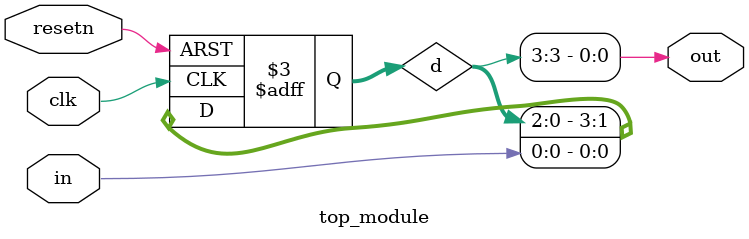
<source format=sv>
module top_module (
	input clk,
	input resetn,
	input in,
	output out
);

reg [3:0] d;

always @(posedge clk or negedge resetn) begin
	if (!resetn)
		d <= 4'b0000;
	else
		d <= {d[2:0], in};
end

assign out = d[3];

endmodule

</source>
